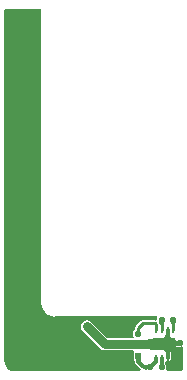
<source format=gtl>
%FSLAX25Y25*%
%MOIN*%
G70*
G01*
G75*
G04 Layer_Physical_Order=1*
G04 Layer_Color=255*
%ADD10R,0.01969X0.02362*%
%ADD11R,0.06693X0.03937*%
%ADD12R,0.00984X0.02165*%
%ADD13C,0.01200*%
%ADD14C,0.01000*%
%ADD15C,0.03000*%
%ADD16C,0.01400*%
%ADD17C,0.02200*%
G36*
X-14900Y-13900D02*
X-16300D01*
X-16362Y-13126D01*
X-14838D01*
X-14900Y-13900D01*
D02*
G37*
G36*
X-10224Y-9858D02*
X-13224Y-9532D01*
Y-6532D01*
X-10224Y-5945D01*
Y-9858D01*
D02*
G37*
G36*
X-12586Y-16570D02*
X-13308Y-16500D01*
Y-15100D01*
X-12586Y-15030D01*
Y-16570D01*
D02*
G37*
G36*
X-10257Y-15106D02*
X-10700Y-15789D01*
X-11789Y-14700D01*
X-11106Y-14257D01*
X-10257Y-15106D01*
D02*
G37*
G36*
X-2355Y-7302D02*
Y-8502D01*
X-2612Y-8629D01*
X-2611Y-8640D01*
X-2627Y-8637D01*
X-3409Y-9024D01*
X-2002D01*
X-1573Y-8938D01*
X-1265Y-8732D01*
X-1018Y-8796D01*
X-765Y-8930D01*
Y-15748D01*
X-777D01*
X-868Y-16204D01*
X-1126Y-16590D01*
X-1513Y-16849D01*
X-1969Y-16939D01*
X-1969Y-16952D01*
X-6211D01*
X-6478Y-16452D01*
X-6393Y-16324D01*
X-6269Y-15700D01*
X-6393Y-15076D01*
X-6650Y-14690D01*
Y-13909D01*
X-6151Y-13601D01*
X-5906Y-13649D01*
X-5476Y-13564D01*
X-5112Y-13321D01*
X-4869Y-12957D01*
X-4784Y-12528D01*
Y-10005D01*
X-5305Y-11058D01*
X-6505D01*
X-7106Y-9846D01*
X-4784D01*
Y-9024D01*
X-3567D01*
Y-6702D01*
X-2355Y-7302D01*
D02*
G37*
G36*
X-3437Y-1505D02*
X-4437Y-1570D01*
X-4724Y-728D01*
X-3186Y-640D01*
X-3437Y-1505D01*
D02*
G37*
G36*
X-48425Y103704D02*
Y103700D01*
X-48425Y103700D01*
X-48134Y103579D01*
X-48013Y103287D01*
X-48009D01*
Y6397D01*
X-48034Y5907D01*
X-48035Y5906D01*
X-47972Y5433D01*
X-47873Y4682D01*
X-47401Y3542D01*
X-46650Y2563D01*
X-45671Y1811D01*
X-44530Y1339D01*
X-43309Y1178D01*
X-43309Y1204D01*
X-43308Y1204D01*
X-43308Y1204D01*
X-9565D01*
X-9303Y793D01*
X-9311Y704D01*
X-9415Y180D01*
X-9630Y-4D01*
X-9893Y-141D01*
X-10200Y-80D01*
X-14200D01*
X-14590Y-158D01*
X-14921Y-379D01*
X-16489Y-1948D01*
X-16711Y-2278D01*
X-16788Y-2668D01*
Y-3288D01*
X-16922Y-3378D01*
X-17276Y-3907D01*
X-17400Y-4532D01*
X-17276Y-5156D01*
X-17051Y-5492D01*
X-17294Y-5992D01*
X-25978D01*
X-31281Y-690D01*
X-31942Y-247D01*
X-32723Y-92D01*
X-33503Y-247D01*
X-34165Y-690D01*
X-34607Y-1351D01*
X-34762Y-2131D01*
X-34607Y-2912D01*
X-34165Y-3573D01*
X-28265Y-9473D01*
X-27603Y-9915D01*
X-26823Y-10071D01*
X-17494D01*
X-17084Y-10287D01*
Y-13650D01*
X-16824D01*
Y-13900D01*
X-16730Y-14368D01*
X-16465Y-14765D01*
X-14778Y-16452D01*
X-14986Y-16952D01*
X-57087D01*
X-57087Y-16943D01*
X-57906Y-16836D01*
X-58669Y-16520D01*
X-59324Y-16017D01*
X-59827Y-15362D01*
X-60143Y-14599D01*
X-60188Y-14254D01*
X-60251Y-13780D01*
X-60251D01*
X-60259Y-13280D01*
Y103287D01*
X-60259Y103287D01*
X-60255D01*
X-60255Y103287D01*
X-60134Y103579D01*
X-59842Y103700D01*
Y103704D01*
X-48426D01*
X-48425Y103704D01*
D02*
G37*
G36*
X-4705Y-5945D02*
X-7106D01*
X-6505Y-4745D01*
X-5305D01*
X-4705Y-5945D01*
D02*
G37*
G36*
X-7085Y-736D02*
X-7374Y-1574D01*
X-8374Y-1498D01*
X-8621Y-632D01*
X-7085Y-736D01*
D02*
G37*
D10*
X-15600Y-11969D02*
D03*
Y-8032D02*
D03*
D11*
X-6890Y-7902D02*
D03*
D12*
X-3937Y-12528D02*
D03*
X-5906D02*
D03*
X-7874D02*
D03*
X-9843D02*
D03*
Y-3276D02*
D03*
X-7874D02*
D03*
X-5906D02*
D03*
X-3937D02*
D03*
D13*
X-5906Y-12528D02*
Y-8032D01*
Y-7902D02*
Y-3276D01*
Y-7902D02*
X-2002D01*
X-11800Y-15800D02*
X-9843Y-13842D01*
Y-12528D01*
D14*
X-8623Y-7931D02*
X-7442Y-6750D01*
X-3937Y-3276D02*
Y37D01*
X-7874Y-3276D02*
Y26D01*
X-15768Y-4532D02*
Y-2668D01*
X-14200Y-1100D01*
X-10200D01*
X-9843Y-1457D01*
Y-3276D02*
Y-1457D01*
D15*
X-15600Y-8032D02*
X-7019D01*
X-32723Y-2131D02*
X-26823Y-8032D01*
X-15600D01*
D16*
X-13700Y-15800D02*
X-11800D01*
X-15600Y-13900D02*
X-13700Y-15800D01*
X-15600Y-13900D02*
Y-11969D01*
X-7874Y-15674D02*
Y-12528D01*
D17*
X-46023Y-1932D02*
D03*
X-48100Y-100D02*
D03*
X-1900Y-7800D02*
D03*
X-7900Y-15700D02*
D03*
X-11800Y-15800D02*
D03*
X-15768Y-4532D02*
D03*
X-7800Y100D02*
D03*
X-4000D02*
D03*
X-32723Y-2131D02*
D03*
M02*

</source>
